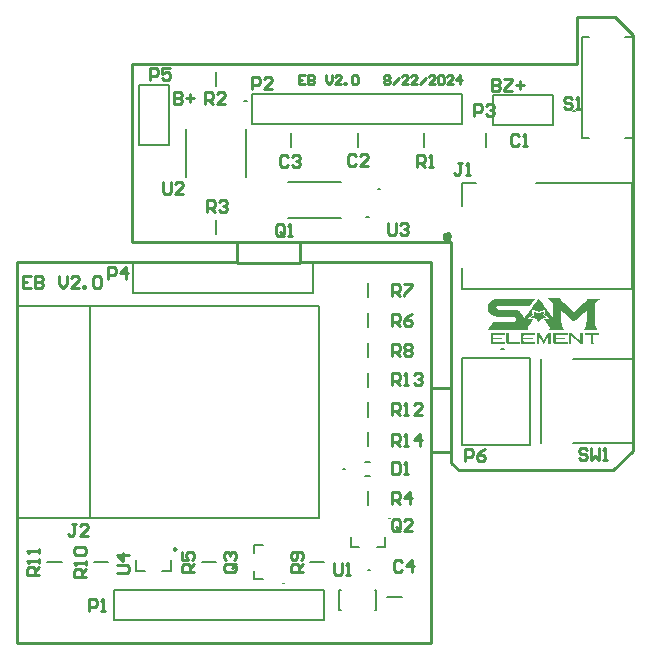
<source format=gto>
G04*
G04 #@! TF.GenerationSoftware,Altium Limited,Altium Designer,20.0.2 (26)*
G04*
G04 Layer_Color=65535*
%FSLAX25Y25*%
%MOIN*%
G70*
G01*
G75*
%ADD10C,0.00787*%
%ADD11C,0.01575*%
%ADD12C,0.00984*%
%ADD13C,0.00000*%
%ADD14C,0.00500*%
%ADD15C,0.01000*%
G36*
X212020Y161820D02*
Y161660D01*
Y161500D01*
Y161340D01*
X211860D01*
Y161180D01*
Y161020D01*
Y160860D01*
Y160700D01*
X212020D01*
X212020Y160540D01*
X212180D01*
Y160380D01*
X212500D01*
Y160220D01*
X212660D01*
Y160060D01*
X212980D01*
Y159900D01*
X212820D01*
Y159740D01*
X211700D01*
Y159580D01*
X211220D01*
Y159420D01*
X211060D01*
Y159260D01*
Y159100D01*
X210900D01*
Y158940D01*
X210740Y158940D01*
Y158780D01*
X210580Y158780D01*
Y158620D01*
X210260Y158620D01*
Y158780D01*
X210100Y158780D01*
Y158940D01*
X209940D01*
Y159100D01*
X209780D01*
Y159260D01*
Y159420D01*
X209620D01*
X209620Y159580D01*
X209140D01*
Y159740D01*
X208020D01*
Y159900D01*
X207860D01*
Y160060D01*
X208180D01*
Y160220D01*
X208340D01*
Y160380D01*
X208660D01*
Y160540D01*
X208820D01*
X208820Y160700D01*
X208980D01*
Y160860D01*
Y161020D01*
Y161180D01*
Y161340D01*
X208820D01*
Y161500D01*
Y161660D01*
Y161820D01*
Y161980D01*
X209140D01*
Y161820D01*
X209620D01*
Y161660D01*
X210260Y161660D01*
Y161500D01*
X210740D01*
Y161660D01*
X211220Y161660D01*
Y161820D01*
X211700Y161820D01*
Y161980D01*
X212020D01*
Y161820D01*
D02*
G37*
G36*
X217619Y166300D02*
X217779D01*
Y166140D01*
X217779Y165980D01*
X217779Y165820D01*
X217939D01*
Y165660D01*
X218099D01*
Y165500D01*
X218259D01*
Y165340D01*
X218419D01*
Y165180D01*
X218579D01*
Y165020D01*
X218739D01*
X218739Y164860D01*
X218899D01*
X218899Y164700D01*
X219059D01*
X219059Y164540D01*
X219219D01*
Y164380D01*
X219379D01*
Y164220D01*
X219539D01*
Y164060D01*
X219699D01*
Y163900D01*
X220019D01*
Y163740D01*
X220179Y163740D01*
Y163580D01*
X220339D01*
Y163420D01*
X220499D01*
Y163260D01*
X220659D01*
Y163100D01*
X220819D01*
Y162940D01*
X220979D01*
Y162780D01*
X221139D01*
Y162620D01*
X221299D01*
Y162460D01*
X221459D01*
Y162300D01*
X221619Y162300D01*
Y162140D01*
X221779D01*
Y161980D01*
X221939D01*
Y161820D01*
X222259Y161820D01*
X222259Y161980D01*
X222419D01*
X222419Y162140D01*
X222739D01*
Y162300D01*
X222899D01*
Y162460D01*
X223059D01*
Y162620D01*
X223219D01*
Y162780D01*
X223379D01*
Y162940D01*
X223539D01*
Y163100D01*
X223699D01*
Y163260D01*
X223859D01*
Y163420D01*
X224019D01*
Y163580D01*
X224179D01*
Y163740D01*
X224339D01*
Y163900D01*
X224499D01*
Y164060D01*
X224819D01*
Y164220D01*
X224979D01*
Y164380D01*
X225139D01*
Y164540D01*
X225299D01*
Y164700D01*
X225459D01*
Y164860D01*
X225619D01*
Y165020D01*
X225779D01*
Y165180D01*
X225939D01*
Y165340D01*
X226099D01*
Y165500D01*
X226259D01*
Y165660D01*
X226419D01*
Y165820D01*
X226579D01*
Y165980D01*
Y166140D01*
Y166300D01*
X231219D01*
Y166140D01*
X230899D01*
Y165980D01*
X230579D01*
Y165820D01*
X230259Y165820D01*
Y165660D01*
X230099D01*
Y165500D01*
X229939D01*
Y165340D01*
X229779D01*
Y165180D01*
X229619D01*
Y165020D01*
X229459D01*
Y164860D01*
Y164700D01*
X229299D01*
X229299Y164540D01*
Y164380D01*
Y164220D01*
Y164060D01*
X229139D01*
Y163900D01*
Y163740D01*
Y163580D01*
Y163420D01*
Y163260D01*
Y163100D01*
Y162940D01*
Y162780D01*
Y162620D01*
Y162460D01*
Y162300D01*
Y162140D01*
Y161980D01*
Y161820D01*
Y161660D01*
Y161500D01*
Y161340D01*
Y161180D01*
Y161020D01*
Y160860D01*
Y160700D01*
X229139Y160540D01*
Y160380D01*
Y160220D01*
Y160060D01*
Y159900D01*
Y159740D01*
Y159580D01*
X229139Y159420D01*
Y159260D01*
Y159100D01*
Y158940D01*
Y158780D01*
Y158620D01*
Y158460D01*
Y158300D01*
Y158140D01*
Y157980D01*
X229299D01*
Y157820D01*
Y157660D01*
Y157500D01*
Y157340D01*
Y157180D01*
X229459Y157180D01*
Y157020D01*
Y156860D01*
Y156700D01*
X229619D01*
Y156540D01*
Y156380D01*
X229779D01*
Y156220D01*
Y156060D01*
X229939D01*
Y155900D01*
X225459D01*
Y156060D01*
X225619D01*
Y156220D01*
X225779Y156220D01*
Y156380D01*
Y156540D01*
X225939Y156540D01*
Y156700D01*
Y156860D01*
X226099Y156860D01*
Y157020D01*
Y157180D01*
Y157340D01*
Y157500D01*
X226259D01*
Y157660D01*
Y157820D01*
Y157980D01*
Y158140D01*
Y158300D01*
Y158460D01*
Y158620D01*
X226419D01*
Y158780D01*
Y158940D01*
Y159100D01*
Y159260D01*
Y159420D01*
Y159580D01*
Y159740D01*
Y159900D01*
Y160060D01*
Y160220D01*
Y160380D01*
Y160540D01*
Y160700D01*
Y160860D01*
Y161020D01*
Y161180D01*
Y161340D01*
Y161500D01*
Y161660D01*
Y161820D01*
Y161980D01*
Y162140D01*
X226099D01*
Y161980D01*
X225939Y161980D01*
Y161820D01*
X225779D01*
Y161660D01*
X225459Y161660D01*
Y161500D01*
X225299D01*
Y161340D01*
X225139D01*
Y161180D01*
X224979D01*
Y161020D01*
X224819Y161020D01*
Y160860D01*
X224659D01*
Y160700D01*
X224499D01*
X224499Y160540D01*
X224179D01*
Y160380D01*
X224019D01*
Y160220D01*
X223859D01*
Y160060D01*
X223699D01*
Y159900D01*
X223539D01*
Y159740D01*
X223379D01*
Y159580D01*
X223219D01*
Y159420D01*
X223059D01*
Y159260D01*
X222739D01*
Y159100D01*
X222579D01*
X222579Y158940D01*
X222419D01*
Y158780D01*
X222259D01*
Y158620D01*
X222099D01*
Y158780D01*
X221779D01*
Y158940D01*
X221619D01*
Y159100D01*
X221459D01*
Y159260D01*
X221299D01*
Y159420D01*
X221139D01*
Y159580D01*
X220979D01*
Y159740D01*
X220819D01*
Y159900D01*
X220659D01*
Y160060D01*
X220499D01*
Y160220D01*
X220339D01*
Y160380D01*
X220019D01*
Y160540D01*
X219859D01*
Y160700D01*
X219699D01*
Y160860D01*
X219539D01*
Y161020D01*
X219379D01*
Y161180D01*
X219219D01*
Y161340D01*
X219059D01*
Y161500D01*
X218899D01*
Y161660D01*
X218579D01*
Y161820D01*
X218419D01*
Y161980D01*
X218259D01*
Y162140D01*
X217939D01*
Y161980D01*
Y161820D01*
Y161660D01*
Y161500D01*
Y161340D01*
Y161180D01*
Y161020D01*
Y160860D01*
Y160700D01*
Y160540D01*
Y160380D01*
Y160220D01*
Y160060D01*
Y159900D01*
Y159740D01*
Y159580D01*
Y159420D01*
Y159260D01*
Y159100D01*
Y158940D01*
Y158780D01*
Y158620D01*
Y158460D01*
Y158300D01*
Y158140D01*
X218099D01*
Y157980D01*
Y157820D01*
Y157660D01*
Y157500D01*
Y157340D01*
X218259D01*
Y157180D01*
Y157020D01*
Y156860D01*
X218419D01*
Y156700D01*
Y156540D01*
X218579D01*
Y156380D01*
Y156220D01*
X218739D01*
Y156060D01*
X218899D01*
Y155900D01*
X213939D01*
Y156060D01*
X214100D01*
Y156220D01*
Y156380D01*
Y156540D01*
Y156700D01*
Y156860D01*
X213939D01*
Y157020D01*
Y157180D01*
X213779D01*
Y157340D01*
X213619Y157340D01*
Y157500D01*
Y157660D01*
X213459D01*
Y157820D01*
X213299D01*
Y157980D01*
Y158140D01*
X213140D01*
Y158300D01*
X212980D01*
X212980Y158460D01*
X212820D01*
Y158620D01*
Y158780D01*
X212660D01*
Y158940D01*
X212500D01*
X212500Y159100D01*
Y159260D01*
X212340D01*
Y159420D01*
X213299D01*
Y159580D01*
X213939D01*
Y159740D01*
X213779D01*
Y159900D01*
X213619D01*
Y160060D01*
X213299D01*
Y160220D01*
X213140D01*
Y160380D01*
X212980D01*
Y160540D01*
X212660D01*
Y160700D01*
X212500D01*
Y160860D01*
X212340D01*
X212340Y161020D01*
Y161180D01*
Y161340D01*
X212500D01*
Y161500D01*
Y161660D01*
X212500Y161820D01*
X212500Y161980D01*
X212500Y162140D01*
Y162300D01*
X212660D01*
Y162460D01*
Y162620D01*
X212180Y162620D01*
Y162460D01*
X211700D01*
Y162300D01*
X211220Y162300D01*
Y162140D01*
X210740D01*
Y161980D01*
X210100Y161980D01*
Y162140D01*
X209620Y162140D01*
Y162300D01*
X209140D01*
Y162460D01*
X208660D01*
Y162620D01*
X208180D01*
Y162460D01*
Y162300D01*
X208340D01*
Y162140D01*
X208340Y161980D01*
X208340Y161820D01*
X208340Y161660D01*
Y161500D01*
Y161340D01*
X208500D01*
Y161180D01*
Y161020D01*
X208500Y160860D01*
X208340D01*
Y160700D01*
X208180D01*
Y160540D01*
X207860D01*
Y160380D01*
X207700D01*
Y160220D01*
X207540D01*
Y160060D01*
X207220D01*
Y159900D01*
X206900D01*
Y159740D01*
Y159580D01*
X207540D01*
Y159420D01*
X208500D01*
Y159260D01*
X208340D01*
Y159100D01*
X208340Y158940D01*
X208180D01*
Y158780D01*
X208020D01*
Y158620D01*
Y158460D01*
X207860D01*
Y158300D01*
X207700D01*
Y158140D01*
Y157980D01*
X207540D01*
Y157820D01*
X207380Y157820D01*
Y157660D01*
X207220D01*
Y157500D01*
Y157340D01*
X207060Y157340D01*
Y157180D01*
X206900D01*
Y157020D01*
Y156860D01*
Y156700D01*
X206740D01*
Y156540D01*
Y156380D01*
Y156220D01*
Y156060D01*
X206900D01*
Y155900D01*
X193621D01*
Y156060D01*
X193621Y156220D01*
X193781D01*
Y156380D01*
X193940D01*
Y156540D01*
Y156700D01*
X194100D01*
Y156860D01*
X194261D01*
Y157020D01*
Y157180D01*
X194421D01*
Y157340D01*
X194580Y157340D01*
Y157500D01*
Y157660D01*
X194740D01*
Y157820D01*
X194900D01*
Y157980D01*
Y158140D01*
X195060D01*
Y158300D01*
Y158460D01*
X202260Y158460D01*
Y158620D01*
X202580D01*
Y158780D01*
X202740D01*
Y158940D01*
X202900D01*
Y159100D01*
Y159260D01*
Y159420D01*
Y159580D01*
Y159740D01*
X202740D01*
Y159900D01*
X202580D01*
Y160060D01*
X202100D01*
Y160220D01*
X196020D01*
Y160380D01*
X195380D01*
Y160540D01*
X195060D01*
Y160700D01*
X194740D01*
Y160860D01*
X194580D01*
Y161020D01*
X194421D01*
Y161180D01*
X194100D01*
Y161340D01*
Y161500D01*
X193940D01*
Y161660D01*
X193781D01*
X193781Y161820D01*
X193781Y161980D01*
X193621D01*
X193621Y162140D01*
Y162300D01*
Y162460D01*
X193461D01*
Y162620D01*
Y162780D01*
Y162940D01*
Y163100D01*
X193461Y163260D01*
X193461Y163420D01*
X193461Y163580D01*
Y163740D01*
Y163900D01*
X193461Y164060D01*
X193621D01*
Y164220D01*
Y164380D01*
Y164540D01*
X193781D01*
Y164700D01*
Y164860D01*
X193940D01*
X193940Y165020D01*
X194100D01*
Y165180D01*
X194261D01*
Y165340D01*
X194421D01*
X194421Y165500D01*
X194580D01*
Y165660D01*
X194740D01*
Y165820D01*
X195060Y165820D01*
Y165980D01*
X195380D01*
Y166140D01*
X195860D01*
Y166300D01*
X209300Y166300D01*
Y166140D01*
X209140D01*
Y165980D01*
X208980D01*
Y165820D01*
X208820D01*
Y165660D01*
Y165500D01*
X208660D01*
Y165340D01*
X208500D01*
Y165180D01*
X208340D01*
Y165020D01*
X208180D01*
Y164860D01*
Y164700D01*
X208020D01*
Y164540D01*
X207860D01*
Y164380D01*
X207700D01*
Y164220D01*
X207540D01*
Y164060D01*
X207540Y163900D01*
X207380D01*
Y163740D01*
X196660D01*
Y163580D01*
X196500D01*
Y163420D01*
X196340D01*
Y163260D01*
Y163100D01*
X196500D01*
Y162940D01*
Y162780D01*
X196820D01*
Y162620D01*
X202900Y162620D01*
Y162460D01*
X203380D01*
Y162300D01*
X203700D01*
Y162140D01*
X204020Y162140D01*
Y161980D01*
X204180D01*
Y161820D01*
X204340Y161820D01*
Y161660D01*
X204500D01*
Y161500D01*
X204660D01*
Y161340D01*
X204820D01*
Y161180D01*
X204980D01*
Y161020D01*
Y160860D01*
X205140D01*
Y160700D01*
Y160540D01*
X205300D01*
Y160380D01*
Y160220D01*
Y160060D01*
X205460D01*
Y159900D01*
X205300D01*
Y159740D01*
X205620D01*
Y159900D01*
X205780D01*
Y160060D01*
X205940D01*
Y160220D01*
Y160380D01*
X206100D01*
Y160540D01*
X206260D01*
Y160700D01*
X206420D01*
Y160860D01*
Y161020D01*
X206580D01*
Y161180D01*
X206740D01*
Y161340D01*
X206900D01*
Y161500D01*
Y161660D01*
X207060D01*
Y161820D01*
X207220Y161820D01*
X207220Y161980D01*
X207220Y162140D01*
X207380Y162140D01*
Y162300D01*
X207540Y162300D01*
Y162460D01*
X207700D01*
Y162620D01*
Y162780D01*
X207860D01*
Y162940D01*
X208020D01*
Y163100D01*
X208180D01*
Y163260D01*
Y163420D01*
X208340D01*
X208340Y163580D01*
X208500D01*
Y163740D01*
X208660D01*
Y163900D01*
X208660Y164060D01*
X208820D01*
Y164220D01*
X208980D01*
Y164380D01*
Y164540D01*
X209140D01*
X209140Y164700D01*
X209300D01*
X209300Y164860D01*
X209460D01*
Y165020D01*
Y165180D01*
X209620D01*
Y165340D01*
X209780D01*
Y165500D01*
X209940D01*
Y165660D01*
Y165820D01*
X210100D01*
Y165980D01*
X210260D01*
Y166140D01*
X210420D01*
Y166300D01*
X210580Y166300D01*
Y166140D01*
Y165980D01*
X210740D01*
Y165820D01*
X210900Y165820D01*
Y165660D01*
Y165500D01*
X211060D01*
Y165340D01*
X211220D01*
Y165180D01*
X211380D01*
Y165020D01*
Y164860D01*
X211540D01*
Y164700D01*
X211700D01*
X211700Y164540D01*
X211860D01*
Y164380D01*
Y164220D01*
X212020D01*
Y164060D01*
X212180D01*
Y163900D01*
X212340D01*
Y163740D01*
Y163580D01*
X212500D01*
X212500Y163420D01*
X212660D01*
X212660Y163260D01*
X212660Y163100D01*
X212820D01*
Y162940D01*
X212980D01*
Y162780D01*
X213140D01*
Y162620D01*
Y162460D01*
X213299D01*
Y162300D01*
X213459D01*
Y162140D01*
X213619D01*
Y161980D01*
Y161820D01*
X213779Y161820D01*
Y161660D01*
X213939D01*
Y161500D01*
X214100D01*
Y161340D01*
Y161180D01*
X214260D01*
Y161020D01*
X214420D01*
Y160860D01*
Y160700D01*
X214580D01*
Y160540D01*
X214739D01*
Y160380D01*
X214899D01*
Y160220D01*
X215059D01*
Y160060D01*
X215219D01*
Y160220D01*
Y160380D01*
Y160540D01*
Y160700D01*
Y160860D01*
Y161020D01*
Y161180D01*
Y161340D01*
Y161500D01*
Y161660D01*
Y161820D01*
Y161980D01*
Y162140D01*
Y162300D01*
Y162460D01*
Y162620D01*
Y162780D01*
Y162940D01*
Y163100D01*
Y163260D01*
Y163420D01*
Y163580D01*
Y163740D01*
Y163900D01*
Y164060D01*
Y164220D01*
Y164380D01*
Y164540D01*
Y164700D01*
Y164860D01*
X215059D01*
Y165020D01*
X214899D01*
Y165180D01*
X214739D01*
Y165340D01*
X214580D01*
Y165500D01*
X214260D01*
Y165660D01*
X214100D01*
Y165820D01*
X213939D01*
Y165980D01*
X213779D01*
Y166140D01*
X213619D01*
Y166300D01*
X213459D01*
Y166460D01*
X217619D01*
Y166300D01*
D02*
G37*
G36*
X214420Y154780D02*
Y154620D01*
X214420Y154460D01*
Y154300D01*
Y154140D01*
Y153980D01*
Y153820D01*
Y153660D01*
Y153500D01*
Y153340D01*
Y153180D01*
Y153020D01*
Y152860D01*
Y152700D01*
Y152541D01*
Y152381D01*
Y152220D01*
Y152060D01*
Y151900D01*
Y151741D01*
Y151581D01*
Y151420D01*
Y151260D01*
X213619D01*
Y151420D01*
Y151581D01*
Y151741D01*
Y151900D01*
Y152060D01*
Y152220D01*
Y152381D01*
Y152541D01*
Y152700D01*
Y152860D01*
Y153021D01*
Y153180D01*
Y153340D01*
X213459D01*
Y153180D01*
X213299D01*
Y153021D01*
X213140D01*
Y152860D01*
Y152700D01*
X212980D01*
Y152541D01*
Y152381D01*
X212820D01*
Y152220D01*
X212660D01*
Y152060D01*
X212660Y151900D01*
X212500D01*
X212500Y151741D01*
X212500Y151581D01*
X212340D01*
Y151420D01*
Y151260D01*
X211860D01*
Y151420D01*
Y151581D01*
X211700D01*
Y151741D01*
X211540Y151741D01*
Y151900D01*
Y152060D01*
X211380D01*
Y152220D01*
Y152381D01*
X211220D01*
Y152541D01*
X211060D01*
Y152700D01*
Y152860D01*
X210900D01*
Y153021D01*
Y153180D01*
X210740Y153181D01*
Y153340D01*
X210580D01*
Y153180D01*
Y153021D01*
Y152860D01*
Y152700D01*
Y152541D01*
Y152381D01*
Y152220D01*
Y152060D01*
Y151900D01*
Y151741D01*
Y151581D01*
Y151420D01*
Y151260D01*
X209780D01*
Y151420D01*
Y151581D01*
Y151741D01*
Y151900D01*
Y152060D01*
Y152220D01*
Y152381D01*
Y152541D01*
Y152700D01*
Y152860D01*
Y153021D01*
Y153180D01*
Y153340D01*
Y153500D01*
Y153660D01*
Y153820D01*
Y153980D01*
Y154140D01*
Y154300D01*
Y154460D01*
Y154620D01*
Y154780D01*
Y154940D01*
X210580D01*
Y154780D01*
X210740D01*
Y154620D01*
X210900D01*
Y154460D01*
Y154300D01*
X211060D01*
Y154140D01*
Y153980D01*
X211220D01*
Y153820D01*
X211380D01*
Y153660D01*
Y153500D01*
X211540D01*
Y153340D01*
Y153180D01*
X211700D01*
Y153020D01*
X211860D01*
Y152860D01*
Y152700D01*
Y152541D01*
X212180D01*
Y152700D01*
X212340D01*
Y152860D01*
Y153021D01*
X212500D01*
X212500Y153180D01*
X212500Y153340D01*
X212660D01*
X212660Y153500D01*
X212820D01*
Y153660D01*
Y153820D01*
X212980D01*
Y153980D01*
Y154140D01*
X213140D01*
Y154300D01*
X213299D01*
Y154460D01*
Y154620D01*
X213459D01*
Y154780D01*
Y154940D01*
X214420D01*
Y154780D01*
D02*
G37*
G36*
X225139D02*
Y154620D01*
Y154460D01*
Y154300D01*
Y154140D01*
Y153980D01*
Y153820D01*
Y153660D01*
Y153500D01*
Y153340D01*
Y153181D01*
Y153021D01*
Y152860D01*
Y152700D01*
Y152541D01*
Y152381D01*
Y152220D01*
Y152060D01*
Y151900D01*
Y151741D01*
Y151581D01*
Y151420D01*
Y151260D01*
X224019Y151260D01*
Y151420D01*
X223859D01*
Y151581D01*
X223699D01*
Y151741D01*
X223539D01*
Y151900D01*
X223379D01*
Y152060D01*
X223219D01*
Y152220D01*
X223059D01*
Y152381D01*
X222899D01*
Y152541D01*
X222739D01*
Y152700D01*
X222579D01*
Y152860D01*
X222419D01*
Y153021D01*
X222259D01*
X222259Y153180D01*
X222099D01*
X222099Y153340D01*
X221939Y153340D01*
Y153500D01*
X221779D01*
Y153660D01*
X221619D01*
Y153820D01*
X221459D01*
Y153980D01*
X221299D01*
Y153820D01*
Y153660D01*
Y153500D01*
Y153340D01*
Y153180D01*
Y153021D01*
Y152860D01*
Y152700D01*
Y152541D01*
Y152381D01*
Y152220D01*
Y152060D01*
Y151900D01*
Y151741D01*
Y151581D01*
Y151420D01*
Y151260D01*
X220499Y151260D01*
Y151420D01*
Y151581D01*
Y151741D01*
Y151900D01*
Y152060D01*
Y152220D01*
Y152381D01*
Y152541D01*
Y152700D01*
Y152860D01*
Y153021D01*
Y153181D01*
Y153340D01*
Y153500D01*
Y153660D01*
Y153820D01*
Y153980D01*
Y154140D01*
Y154300D01*
Y154460D01*
Y154620D01*
Y154780D01*
Y154940D01*
X221459D01*
Y154780D01*
X221619D01*
Y154620D01*
X221779D01*
X221779Y154460D01*
X221939D01*
Y154300D01*
X222099D01*
X222099Y154140D01*
X222259D01*
Y153980D01*
X222419D01*
Y153820D01*
X222579D01*
Y153660D01*
X222739D01*
Y153500D01*
X222899D01*
X222899Y153340D01*
X223059D01*
X223059Y153180D01*
X223219D01*
Y153021D01*
X223379D01*
Y152860D01*
X223539Y152860D01*
Y152700D01*
X223699D01*
Y152541D01*
X223859D01*
Y152381D01*
X224019D01*
Y152220D01*
X224179D01*
Y152060D01*
X224339D01*
Y152220D01*
Y152381D01*
Y152541D01*
Y152700D01*
Y152860D01*
Y153021D01*
Y153180D01*
Y153340D01*
Y153500D01*
Y153660D01*
Y153820D01*
Y153980D01*
Y154140D01*
Y154300D01*
Y154460D01*
Y154620D01*
Y154780D01*
Y154940D01*
X225139D01*
Y154780D01*
D02*
G37*
G36*
X200500D02*
Y154620D01*
Y154460D01*
Y154300D01*
Y154140D01*
Y153980D01*
Y153820D01*
Y153660D01*
Y153500D01*
Y153340D01*
Y153181D01*
Y153021D01*
Y152860D01*
Y152700D01*
Y152541D01*
Y152381D01*
Y152220D01*
Y152060D01*
Y151900D01*
X204340Y151900D01*
Y151741D01*
X204180Y151741D01*
Y151581D01*
Y151420D01*
X204340D01*
Y151260D01*
X199700D01*
Y151420D01*
X199540D01*
Y151581D01*
Y151741D01*
Y151900D01*
Y152060D01*
Y152220D01*
Y152381D01*
Y152541D01*
Y152700D01*
Y152860D01*
Y153021D01*
Y153180D01*
Y153340D01*
Y153500D01*
Y153660D01*
Y153820D01*
Y153980D01*
Y154140D01*
Y154300D01*
Y154460D01*
Y154620D01*
Y154780D01*
Y154940D01*
X200500D01*
Y154780D01*
D02*
G37*
G36*
X230579D02*
Y154620D01*
Y154460D01*
Y154300D01*
X228979D01*
Y154140D01*
X228659D01*
Y153980D01*
Y153820D01*
Y153660D01*
Y153500D01*
Y153340D01*
Y153180D01*
Y153020D01*
Y152860D01*
Y152700D01*
Y152541D01*
Y152381D01*
Y152220D01*
Y152060D01*
Y151900D01*
Y151741D01*
Y151581D01*
Y151420D01*
X228819D01*
Y151260D01*
X227859D01*
Y151420D01*
Y151581D01*
X227859Y151741D01*
X227859Y151900D01*
X227859Y152060D01*
Y152220D01*
Y152381D01*
Y152541D01*
Y152700D01*
Y152860D01*
Y153021D01*
X227859Y153180D01*
X227859Y153340D01*
X227859Y153500D01*
Y153660D01*
Y153820D01*
Y153980D01*
Y154140D01*
X227699D01*
X227699Y154300D01*
X225939D01*
Y154460D01*
Y154620D01*
Y154780D01*
Y154940D01*
X230579D01*
Y154780D01*
D02*
G37*
G36*
X209300D02*
X209140D01*
Y154620D01*
X209140Y154460D01*
X209300D01*
Y154300D01*
X205620D01*
Y154140D01*
X205460D01*
Y153980D01*
X205300Y153980D01*
Y153820D01*
Y153660D01*
Y153500D01*
Y153340D01*
X208500D01*
X208500Y153180D01*
X208500Y153021D01*
Y152860D01*
Y152700D01*
X205300D01*
Y152541D01*
Y152381D01*
Y152220D01*
Y152060D01*
X205460D01*
Y151900D01*
X209300Y151900D01*
Y151741D01*
X209140D01*
Y151581D01*
Y151420D01*
X209300D01*
Y151260D01*
X204660D01*
Y151420D01*
X204500D01*
Y151581D01*
Y151741D01*
Y151900D01*
Y152060D01*
Y152220D01*
Y152381D01*
Y152541D01*
Y152700D01*
Y152860D01*
Y153021D01*
Y153180D01*
Y153340D01*
Y153500D01*
Y153660D01*
Y153820D01*
Y153980D01*
Y154140D01*
Y154300D01*
Y154460D01*
Y154620D01*
Y154780D01*
X204820D01*
Y154940D01*
X209300D01*
Y154780D01*
D02*
G37*
G36*
X199060D02*
Y154620D01*
X199060Y154460D01*
Y154300D01*
X195380D01*
Y154140D01*
X195220Y154140D01*
Y153980D01*
Y153820D01*
Y153660D01*
Y153500D01*
Y153340D01*
X198260D01*
X198260Y153180D01*
X198260Y153021D01*
Y152860D01*
Y152700D01*
X195220D01*
Y152541D01*
Y152381D01*
Y152220D01*
Y152060D01*
Y151900D01*
X199060D01*
Y151741D01*
Y151581D01*
Y151420D01*
Y151260D01*
X194421D01*
Y151420D01*
Y151581D01*
Y151741D01*
Y151900D01*
Y152060D01*
Y152220D01*
Y152381D01*
Y152541D01*
Y152700D01*
Y152860D01*
Y153020D01*
Y153180D01*
Y153340D01*
Y153500D01*
Y153660D01*
Y153820D01*
Y153980D01*
Y154140D01*
Y154300D01*
Y154460D01*
X194421Y154620D01*
Y154780D01*
X194740D01*
Y154940D01*
X199060D01*
Y154780D01*
D02*
G37*
G36*
X220019D02*
Y154620D01*
Y154460D01*
Y154300D01*
X216339D01*
Y154140D01*
X216019D01*
Y153980D01*
Y153820D01*
Y153660D01*
Y153500D01*
Y153340D01*
X219219Y153340D01*
Y153180D01*
Y153020D01*
Y152860D01*
Y152700D01*
X216019D01*
Y152541D01*
Y152381D01*
Y152220D01*
Y152060D01*
X216179D01*
Y151900D01*
X220019D01*
Y151741D01*
Y151581D01*
Y151420D01*
Y151260D01*
X215379Y151260D01*
Y151420D01*
X215219Y151420D01*
Y151581D01*
Y151741D01*
Y151900D01*
Y152060D01*
Y152220D01*
Y152381D01*
Y152541D01*
Y152700D01*
Y152860D01*
Y153021D01*
Y153180D01*
Y153340D01*
Y153500D01*
Y153660D01*
Y153820D01*
Y153980D01*
Y154140D01*
Y154300D01*
Y154460D01*
Y154620D01*
Y154780D01*
X215539D01*
Y154940D01*
X220019D01*
Y154780D01*
D02*
G37*
D10*
X154234Y75721D02*
X153446D01*
X154234D01*
X145823Y109627D02*
X145035D01*
X145823D01*
X222670Y228852D02*
X221883D01*
X222670D01*
X198761Y149580D02*
X197973D01*
X198761D01*
X157635Y202840D02*
X156847D01*
X157635D01*
X153674Y193687D02*
X152887D01*
X153674D01*
X113056Y232356D02*
X112268D01*
X113056D01*
X159961Y66800D02*
X164685D01*
X152516Y111989D02*
X154091D01*
X152516Y107265D02*
X154091D01*
X153500Y117095D02*
Y121819D01*
X69000Y59100D02*
Y69100D01*
X139000D01*
Y59100D02*
Y69100D01*
X69000Y59100D02*
X139000D01*
X195300Y234100D02*
X215300D01*
X195300Y224100D02*
Y234100D01*
Y224100D02*
X215300D01*
Y234100D01*
X192800Y216738D02*
Y221462D01*
X114800Y224600D02*
X184800D01*
Y234600D01*
X114800D02*
X184800D01*
X114800Y224600D02*
Y234600D01*
X134105Y78600D02*
X138830D01*
X76095Y75613D02*
X79244D01*
X76095D02*
Y79156D01*
X84756Y75613D02*
X87906D01*
Y79156D01*
X98138Y78600D02*
X102862D01*
X46638Y78600D02*
X51362D01*
X62138Y78600D02*
X66862D01*
X153500Y97474D02*
Y102198D01*
Y146881D02*
Y151605D01*
Y166738D02*
Y171462D01*
Y156809D02*
Y161534D01*
Y136952D02*
Y141676D01*
X153400Y127023D02*
Y131748D01*
X150050Y216738D02*
Y221462D01*
X127800Y216738D02*
Y221462D01*
X172300Y216738D02*
Y221462D01*
X102800Y187738D02*
Y192462D01*
Y237238D02*
Y241962D01*
X135100Y168100D02*
Y178100D01*
X75100Y168100D02*
Y178100D01*
X135100D01*
X75100Y168100D02*
X135100D01*
X77300Y217600D02*
X87300D01*
X77300D02*
Y237600D01*
X87300D01*
Y217600D02*
Y237600D01*
D11*
X180591Y187100D02*
X180047Y187849D01*
X179167Y187563D01*
Y186637D01*
X180047Y186351D01*
X180591Y187100D01*
D12*
X89579Y82798D02*
X88841Y83224D01*
Y82372D01*
X89579Y82798D01*
D13*
X125480Y71513D02*
X124693D01*
X125480D01*
X160880Y93290D02*
X160093D01*
X160880D01*
D14*
X156202Y62653D02*
Y69346D01*
X143998Y62653D02*
Y69346D01*
X144391D01*
X143998Y62653D02*
X144391D01*
X155809D02*
X156202D01*
X155809Y69346D02*
X156202D01*
X224835Y219797D02*
Y253655D01*
X241765Y219797D02*
Y253655D01*
X239284D02*
X241765D01*
X224835D02*
X227316D01*
X239284Y219797D02*
X241765D01*
X224835D02*
X227316D01*
X184981Y146667D02*
X207619D01*
Y117533D02*
Y146667D01*
X184981Y117533D02*
X207619D01*
X184981D02*
Y146667D01*
X61000Y93061D02*
X137024D01*
Y163927D01*
X61000D02*
X137024D01*
X61000Y93061D02*
Y163927D01*
X36630Y93061D02*
X61000D01*
X36630D02*
Y163927D01*
X61000D01*
X184922Y197139D02*
Y204817D01*
X209528D02*
X241615D01*
X184922Y169384D02*
Y176667D01*
Y204817D02*
X189450D01*
X184922Y169384D02*
X241615D01*
Y204817D01*
X115441Y72891D02*
Y75647D01*
Y81553D02*
Y84309D01*
X118591D01*
X115441Y72891D02*
X118591D01*
X156353Y83644D02*
X159109D01*
X147691D02*
X150447D01*
X147691D02*
Y86794D01*
X159109Y83644D02*
Y86794D01*
X221800Y118104D02*
X241997D01*
Y146096D01*
X221800D02*
X241997D01*
X211013Y118104D02*
Y146096D01*
X126942Y205065D02*
X144658D01*
X126942Y193135D02*
X144658D01*
X112839Y206982D02*
Y222730D01*
X92761Y206982D02*
Y222730D01*
D15*
X130800Y178600D02*
Y185100D01*
X174500Y136600D02*
Y178600D01*
Y115300D02*
Y136500D01*
X174500Y115300D02*
X174500D01*
X181300Y136500D02*
Y185100D01*
X181200Y136500D02*
X181300D01*
X181200Y115300D02*
Y136500D01*
Y111600D02*
Y115300D01*
Y111600D02*
X181300D01*
X36500Y178500D02*
Y178600D01*
Y178500D02*
X110000D01*
Y178300D02*
Y178500D01*
Y178300D02*
X130800D01*
Y178600D01*
X174500D01*
X130800Y185100D02*
X181300D01*
X110000D02*
X130800D01*
X74800D02*
X110000D01*
X130700D02*
X132700D01*
X174500Y136500D02*
X181200D01*
X174500Y115300D02*
X181200D01*
X110000Y178500D02*
Y185100D01*
X223300Y244600D02*
Y260100D01*
X235800D01*
X74800Y185100D02*
Y244600D01*
X174500Y51600D02*
Y115300D01*
X174000Y51600D02*
X174500D01*
X74800Y244600D02*
X222800Y244600D01*
X223300D01*
X36500Y51600D02*
X174000D01*
X36500D02*
Y178600D01*
X235800Y260100D02*
X241800Y254100D01*
Y115600D02*
Y254100D01*
X235300Y109100D02*
X241800Y115600D01*
X181300Y111600D02*
X183800Y109100D01*
X234300D01*
X235300D01*
X164989Y78409D02*
X164322Y79076D01*
X162989D01*
X162323Y78409D01*
Y75743D01*
X162989Y75077D01*
X164322D01*
X164989Y75743D01*
X168321Y75077D02*
Y79076D01*
X166322Y77076D01*
X168988D01*
X142200Y78199D02*
Y74866D01*
X142867Y74200D01*
X144199D01*
X144866Y74866D01*
Y78199D01*
X146199Y74200D02*
X147532D01*
X146865D01*
Y78199D01*
X146199Y77532D01*
X89000Y235299D02*
Y231300D01*
X90999D01*
X91666Y231966D01*
Y232633D01*
X90999Y233299D01*
X89000D01*
X90999D01*
X91666Y233966D01*
Y234632D01*
X90999Y235299D01*
X89000D01*
X92999Y233299D02*
X95665D01*
X94332Y234632D02*
Y231966D01*
X41066Y173899D02*
X38400D01*
Y169900D01*
X41066D01*
X38400Y171899D02*
X39733D01*
X42399Y173899D02*
Y169900D01*
X44398D01*
X45064Y170566D01*
Y171233D01*
X44398Y171899D01*
X42399D01*
X44398D01*
X45064Y172566D01*
Y173232D01*
X44398Y173899D01*
X42399D01*
X50396D02*
Y171233D01*
X51729Y169900D01*
X53062Y171233D01*
Y173899D01*
X57061Y169900D02*
X54395D01*
X57061Y172566D01*
Y173232D01*
X56394Y173899D01*
X55061D01*
X54395Y173232D01*
X58394Y169900D02*
Y170566D01*
X59060D01*
Y169900D01*
X58394D01*
X61726Y173232D02*
X62392Y173899D01*
X63725D01*
X64392Y173232D01*
Y170566D01*
X63725Y169900D01*
X62392D01*
X61726Y170566D01*
Y173232D01*
X158700Y240199D02*
X159200Y240699D01*
X160199D01*
X160699Y240199D01*
Y239699D01*
X160199Y239199D01*
X160699Y238700D01*
Y238200D01*
X160199Y237700D01*
X159200D01*
X158700Y238200D01*
Y238700D01*
X159200Y239199D01*
X158700Y239699D01*
Y240199D01*
X159200Y239199D02*
X160199D01*
X161699Y237700D02*
X163698Y239699D01*
X166697Y237700D02*
X164698D01*
X166697Y239699D01*
Y240199D01*
X166198Y240699D01*
X165198D01*
X164698Y240199D01*
X169696Y237700D02*
X167697D01*
X169696Y239699D01*
Y240199D01*
X169197Y240699D01*
X168197D01*
X167697Y240199D01*
X170696Y237700D02*
X172696Y239699D01*
X175695Y237700D02*
X173695D01*
X175695Y239699D01*
Y240199D01*
X175195Y240699D01*
X174195D01*
X173695Y240199D01*
X176694D02*
X177194Y240699D01*
X178194D01*
X178693Y240199D01*
Y238200D01*
X178194Y237700D01*
X177194D01*
X176694Y238200D01*
Y240199D01*
X181693Y237700D02*
X179693D01*
X181693Y239699D01*
Y240199D01*
X181193Y240699D01*
X180193D01*
X179693Y240199D01*
X184192Y237700D02*
Y240699D01*
X182692Y239199D01*
X184692D01*
X132599Y240799D02*
X130600D01*
Y237800D01*
X132599D01*
X130600Y239300D02*
X131600D01*
X133599Y240799D02*
Y237800D01*
X135099D01*
X135598Y238300D01*
Y238800D01*
X135099Y239300D01*
X133599D01*
X135099D01*
X135598Y239799D01*
Y240299D01*
X135099Y240799D01*
X133599D01*
X139597D02*
Y238800D01*
X140597Y237800D01*
X141596Y238800D01*
Y240799D01*
X144596Y237800D02*
X142596D01*
X144596Y239799D01*
Y240299D01*
X144096Y240799D01*
X143096D01*
X142596Y240299D01*
X145595Y237800D02*
Y238300D01*
X146095D01*
Y237800D01*
X145595D01*
X148094Y240299D02*
X148594Y240799D01*
X149594D01*
X150094Y240299D01*
Y238300D01*
X149594Y237800D01*
X148594D01*
X148094Y238300D01*
Y240299D01*
X194800Y239599D02*
Y235600D01*
X196799D01*
X197466Y236266D01*
Y236933D01*
X196799Y237599D01*
X194800D01*
X196799D01*
X197466Y238266D01*
Y238932D01*
X196799Y239599D01*
X194800D01*
X198799D02*
X201465D01*
Y238932D01*
X198799Y236266D01*
Y235600D01*
X201465D01*
X202797Y237599D02*
X205463D01*
X204130Y238932D02*
Y236266D01*
X161400Y117200D02*
Y121199D01*
X163399D01*
X164066Y120532D01*
Y119199D01*
X163399Y118533D01*
X161400D01*
X162733D02*
X164066Y117200D01*
X165399D02*
X166732D01*
X166065D01*
Y121199D01*
X165399Y120532D01*
X170730Y117200D02*
Y121199D01*
X168731Y119199D01*
X171397D01*
X161400Y111699D02*
Y107700D01*
X163399D01*
X164066Y108367D01*
Y111032D01*
X163399Y111699D01*
X161400D01*
X165399Y107700D02*
X166732D01*
X166065D01*
Y111699D01*
X165399Y111032D01*
X114800Y236200D02*
Y240199D01*
X116799D01*
X117466Y239532D01*
Y238199D01*
X116799Y237533D01*
X114800D01*
X121465Y236200D02*
X118799D01*
X121465Y238866D01*
Y239532D01*
X120798Y240199D01*
X119465D01*
X118799Y239532D01*
X60500Y62100D02*
Y66099D01*
X62499D01*
X63166Y65432D01*
Y64099D01*
X62499Y63433D01*
X60500D01*
X64499Y62100D02*
X65832D01*
X65165D01*
Y66099D01*
X64499Y65432D01*
X221466Y232932D02*
X220799Y233599D01*
X219466D01*
X218800Y232932D01*
Y232266D01*
X219466Y231599D01*
X220799D01*
X221466Y230933D01*
Y230266D01*
X220799Y229600D01*
X219466D01*
X218800Y230266D01*
X222799Y229600D02*
X224132D01*
X223465D01*
Y233599D01*
X222799Y232932D01*
X70001Y74869D02*
X73334D01*
X74000Y75535D01*
Y76868D01*
X73334Y77535D01*
X70001D01*
X74000Y80867D02*
X70001D01*
X72001Y78867D01*
Y81533D01*
X160300Y191599D02*
Y188267D01*
X160967Y187600D01*
X162299D01*
X162966Y188267D01*
Y191599D01*
X164299Y190932D02*
X164965Y191599D01*
X166298D01*
X166964Y190932D01*
Y190266D01*
X166298Y189599D01*
X165632D01*
X166298D01*
X166964Y188933D01*
Y188267D01*
X166298Y187600D01*
X164965D01*
X164299Y188267D01*
X85300Y205099D02*
Y201766D01*
X85966Y201100D01*
X87299D01*
X87966Y201766D01*
Y205099D01*
X91965Y201100D02*
X89299D01*
X91965Y203766D01*
Y204432D01*
X91298Y205099D01*
X89965D01*
X89299Y204432D01*
X226466Y115932D02*
X225799Y116599D01*
X224466D01*
X223800Y115932D01*
Y115266D01*
X224466Y114599D01*
X225799D01*
X226466Y113933D01*
Y113267D01*
X225799Y112600D01*
X224466D01*
X223800Y113267D01*
X227799Y116599D02*
Y112600D01*
X229132Y113933D01*
X230465Y112600D01*
Y116599D01*
X231797Y112600D02*
X233130D01*
X232464D01*
Y116599D01*
X231797Y115932D01*
X161500Y137514D02*
Y141513D01*
X163499D01*
X164166Y140847D01*
Y139514D01*
X163499Y138847D01*
X161500D01*
X162833D02*
X164166Y137514D01*
X165499D02*
X166832D01*
X166165D01*
Y141513D01*
X165499Y140847D01*
X168831D02*
X169497Y141513D01*
X170830D01*
X171497Y140847D01*
Y140180D01*
X170830Y139514D01*
X170164D01*
X170830D01*
X171497Y138847D01*
Y138181D01*
X170830Y137514D01*
X169497D01*
X168831Y138181D01*
X161400Y127386D02*
Y131384D01*
X163399D01*
X164066Y130718D01*
Y129385D01*
X163399Y128719D01*
X161400D01*
X162733D02*
X164066Y127386D01*
X165399D02*
X166732D01*
X166065D01*
Y131384D01*
X165399Y130718D01*
X171397Y127386D02*
X168731D01*
X171397Y130052D01*
Y130718D01*
X170730Y131384D01*
X169397D01*
X168731Y130718D01*
X44000Y74100D02*
X40001D01*
Y76099D01*
X40668Y76766D01*
X42001D01*
X42667Y76099D01*
Y74100D01*
Y75433D02*
X44000Y76766D01*
Y78099D02*
Y79432D01*
Y78765D01*
X40001D01*
X40668Y78099D01*
X44000Y81431D02*
Y82764D01*
Y82097D01*
X40001D01*
X40668Y81431D01*
X59500Y73600D02*
X55501D01*
Y75599D01*
X56168Y76266D01*
X57501D01*
X58167Y75599D01*
Y73600D01*
Y74933D02*
X59500Y76266D01*
Y77599D02*
Y78932D01*
Y78265D01*
X55501D01*
X56168Y77599D01*
Y80931D02*
X55501Y81597D01*
Y82930D01*
X56168Y83597D01*
X58834D01*
X59500Y82930D01*
Y81597D01*
X58834Y80931D01*
X56168D01*
X131967Y75100D02*
X127969D01*
Y77099D01*
X128635Y77766D01*
X129968D01*
X130635Y77099D01*
Y75100D01*
Y76433D02*
X131967Y77766D01*
X131301Y79099D02*
X131967Y79765D01*
Y81098D01*
X131301Y81765D01*
X128635D01*
X127969Y81098D01*
Y79765D01*
X128635Y79099D01*
X129302D01*
X129968Y79765D01*
Y81765D01*
X161500Y147243D02*
Y151242D01*
X163499D01*
X164166Y150575D01*
Y149242D01*
X163499Y148576D01*
X161500D01*
X162833D02*
X164166Y147243D01*
X165499Y150575D02*
X166165Y151242D01*
X167498D01*
X168165Y150575D01*
Y149909D01*
X167498Y149242D01*
X168165Y148576D01*
Y147909D01*
X167498Y147243D01*
X166165D01*
X165499Y147909D01*
Y148576D01*
X166165Y149242D01*
X165499Y149909D01*
Y150575D01*
X166165Y149242D02*
X167498D01*
X161500Y167100D02*
Y171099D01*
X163499D01*
X164166Y170432D01*
Y169099D01*
X163499Y168433D01*
X161500D01*
X162833D02*
X164166Y167100D01*
X165499Y171099D02*
X168165D01*
Y170432D01*
X165499Y167766D01*
Y167100D01*
X161500Y157171D02*
Y161170D01*
X163499D01*
X164166Y160504D01*
Y159171D01*
X163499Y158504D01*
X161500D01*
X162833D02*
X164166Y157171D01*
X168165Y161170D02*
X166832Y160504D01*
X165499Y159171D01*
Y157838D01*
X166165Y157171D01*
X167498D01*
X168165Y157838D01*
Y158504D01*
X167498Y159171D01*
X165499D01*
X95500Y75100D02*
X91501D01*
Y77099D01*
X92168Y77766D01*
X93501D01*
X94167Y77099D01*
Y75100D01*
Y76433D02*
X95500Y77766D01*
X91501Y81765D02*
Y79099D01*
X93501D01*
X92834Y80432D01*
Y81098D01*
X93501Y81765D01*
X94834D01*
X95500Y81098D01*
Y79765D01*
X94834Y79099D01*
X161500Y97836D02*
Y101835D01*
X163499D01*
X164166Y101168D01*
Y99835D01*
X163499Y99169D01*
X161500D01*
X162833D02*
X164166Y97836D01*
X167498D02*
Y101835D01*
X165499Y99835D01*
X168165D01*
X99800Y195100D02*
Y199099D01*
X101799D01*
X102466Y198432D01*
Y197099D01*
X101799Y196433D01*
X99800D01*
X101133D02*
X102466Y195100D01*
X103799Y198432D02*
X104465Y199099D01*
X105798D01*
X106465Y198432D01*
Y197766D01*
X105798Y197099D01*
X105132D01*
X105798D01*
X106465Y196433D01*
Y195766D01*
X105798Y195100D01*
X104465D01*
X103799Y195766D01*
X99300Y231100D02*
Y235099D01*
X101299D01*
X101966Y234432D01*
Y233099D01*
X101299Y232433D01*
X99300D01*
X100633D02*
X101966Y231100D01*
X105965D02*
X103299D01*
X105965Y233766D01*
Y234432D01*
X105298Y235099D01*
X103965D01*
X103299Y234432D01*
X169800Y210100D02*
Y214099D01*
X171799D01*
X172466Y213432D01*
Y212099D01*
X171799Y211433D01*
X169800D01*
X171133D02*
X172466Y210100D01*
X173799D02*
X175132D01*
X174465D01*
Y214099D01*
X173799Y213432D01*
X108834Y77766D02*
X106168D01*
X105501Y77099D01*
Y75766D01*
X106168Y75100D01*
X108834D01*
X109500Y75766D01*
Y77099D01*
X108167Y76433D02*
X109500Y77766D01*
Y77099D02*
X108834Y77766D01*
X106168Y79099D02*
X105501Y79765D01*
Y81098D01*
X106168Y81765D01*
X106834D01*
X107501Y81098D01*
Y80432D01*
Y81098D01*
X108167Y81765D01*
X108834D01*
X109500Y81098D01*
Y79765D01*
X108834Y79099D01*
X164066Y89370D02*
Y92036D01*
X163399Y92702D01*
X162066D01*
X161400Y92036D01*
Y89370D01*
X162066Y88703D01*
X163399D01*
X162733Y90036D02*
X164066Y88703D01*
X163399D02*
X164066Y89370D01*
X168064Y88703D02*
X165399D01*
X168064Y91369D01*
Y92036D01*
X167398Y92702D01*
X166065D01*
X165399Y92036D01*
X125466Y187767D02*
Y190432D01*
X124799Y191099D01*
X123467D01*
X122800Y190432D01*
Y187767D01*
X123467Y187100D01*
X124799D01*
X124133Y188433D02*
X125466Y187100D01*
X124799D02*
X125466Y187767D01*
X126799Y187100D02*
X128132D01*
X127465D01*
Y191099D01*
X126799Y190432D01*
X185800Y112100D02*
Y116099D01*
X187799D01*
X188466Y115432D01*
Y114099D01*
X187799Y113433D01*
X185800D01*
X192464Y116099D02*
X191132Y115432D01*
X189799Y114099D01*
Y112767D01*
X190465Y112100D01*
X191798D01*
X192464Y112767D01*
Y113433D01*
X191798Y114099D01*
X189799D01*
X80800Y239100D02*
Y243099D01*
X82799D01*
X83466Y242432D01*
Y241099D01*
X82799Y240433D01*
X80800D01*
X87464Y243099D02*
X84799D01*
Y241099D01*
X86132Y241766D01*
X86798D01*
X87464Y241099D01*
Y239766D01*
X86798Y239100D01*
X85465D01*
X84799Y239766D01*
X66700Y172900D02*
Y176899D01*
X68699D01*
X69366Y176232D01*
Y174899D01*
X68699Y174233D01*
X66700D01*
X72698Y172900D02*
Y176899D01*
X70699Y174899D01*
X73365D01*
X188800Y227100D02*
Y231099D01*
X190799D01*
X191466Y230432D01*
Y229099D01*
X190799Y228433D01*
X188800D01*
X192799Y230432D02*
X193465Y231099D01*
X194798D01*
X195465Y230432D01*
Y229766D01*
X194798Y229099D01*
X194132D01*
X194798D01*
X195465Y228433D01*
Y227766D01*
X194798Y227100D01*
X193465D01*
X192799Y227766D01*
X56166Y91099D02*
X54833D01*
X55499D01*
Y87766D01*
X54833Y87100D01*
X54166D01*
X53500Y87766D01*
X60164Y87100D02*
X57499D01*
X60164Y89766D01*
Y90432D01*
X59498Y91099D01*
X58165D01*
X57499Y90432D01*
X184966Y211599D02*
X183633D01*
X184299D01*
Y208266D01*
X183633Y207600D01*
X182966D01*
X182300Y208266D01*
X186299Y207600D02*
X187632D01*
X186965D01*
Y211599D01*
X186299Y210932D01*
X126966Y213432D02*
X126299Y214099D01*
X124967D01*
X124300Y213432D01*
Y210766D01*
X124967Y210100D01*
X126299D01*
X126966Y210766D01*
X128299Y213432D02*
X128965Y214099D01*
X130298D01*
X130965Y213432D01*
Y212766D01*
X130298Y212099D01*
X129632D01*
X130298D01*
X130965Y211433D01*
Y210766D01*
X130298Y210100D01*
X128965D01*
X128299Y210766D01*
X149466Y213932D02*
X148799Y214599D01*
X147467D01*
X146800Y213932D01*
Y211266D01*
X147467Y210600D01*
X148799D01*
X149466Y211266D01*
X153464Y210600D02*
X150799D01*
X153464Y213266D01*
Y213932D01*
X152798Y214599D01*
X151465D01*
X150799Y213932D01*
X203966Y220432D02*
X203299Y221099D01*
X201967D01*
X201300Y220432D01*
Y217766D01*
X201967Y217100D01*
X203299D01*
X203966Y217766D01*
X205299Y217100D02*
X206632D01*
X205965D01*
Y221099D01*
X205299Y220432D01*
M02*

</source>
